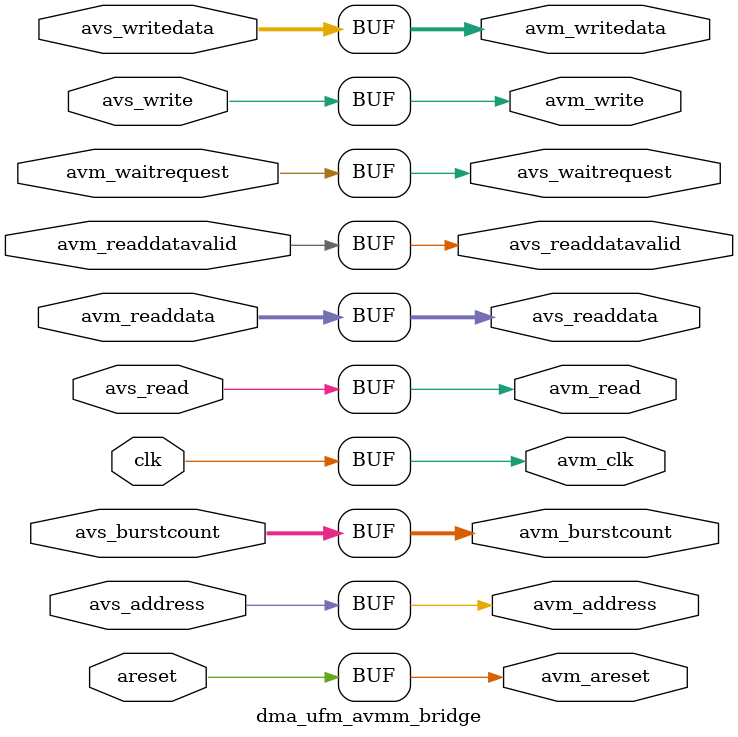
<source format=sv>

`timescale 1 ps / 1 ps
`default_nettype none


module dma_ufm_avmm_bridge #(
    ADDRESS_WIDTH = 1,
    BURST_COUNT_WIDTH = 2
) (
    input wire clk,
    input wire areset,
    
    input wire [ADDRESS_WIDTH-1:0] avs_address,
    output wire avs_waitrequest,
    input wire avs_read,
    input wire avs_write,
    output wire [31:0] avs_readdata,
    input wire [31:0] avs_writedata,
    output wire avs_readdatavalid,
    input wire [BURST_COUNT_WIDTH-1:0] avs_burstcount,
    
    output wire avm_clk,
    output wire avm_areset,
    output wire [ADDRESS_WIDTH-1:0] avm_address,
    input wire avm_waitrequest,
    output wire avm_read,
    output wire avm_write,
    input wire [31:0] avm_readdata,
    output wire [31:0] avm_writedata,
    input wire avm_readdatavalid,
    output wire [BURST_COUNT_WIDTH-1:0] avm_burstcount

);


    assign avm_clk = clk;
    assign avm_areset = areset;
    assign avm_address = avs_address;
    assign avs_waitrequest = avm_waitrequest;
    assign avm_read = avs_read;
    assign avm_write = avs_write;
    assign avs_readdata = avm_readdata;
    assign avm_writedata = avs_writedata;
    assign avs_readdatavalid = avm_readdatavalid;
    assign avm_burstcount = avs_burstcount;


endmodule

</source>
